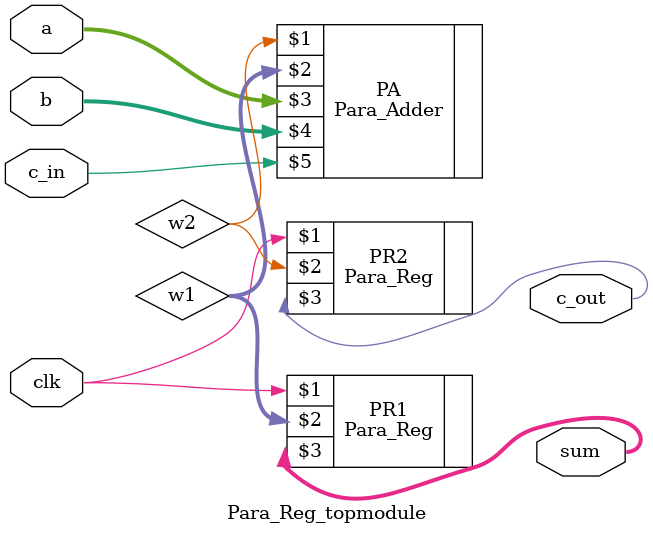
<source format=v>
`timescale 1ns / 1ps
module Para_Reg_topmodule(c_out, sum, a, b, c_in, clk);

	parameter W = 32;
	
	output [W-1:0] sum;
	output c_out;
	input [W-1:0] a;
	input [W-1:0] b;
	input c_in, clk;
	
	wire [W-1:0] w1;
	wire w2;
	
	Para_Adder	#(.W(W))	PA		(w2, w1, a, b, c_in);
	Para_Reg		#(.W(W))	PR1	(clk, w1, sum);
	Para_Reg		#(.W(1))	PR2	(clk, w2, c_out);

endmodule

</source>
